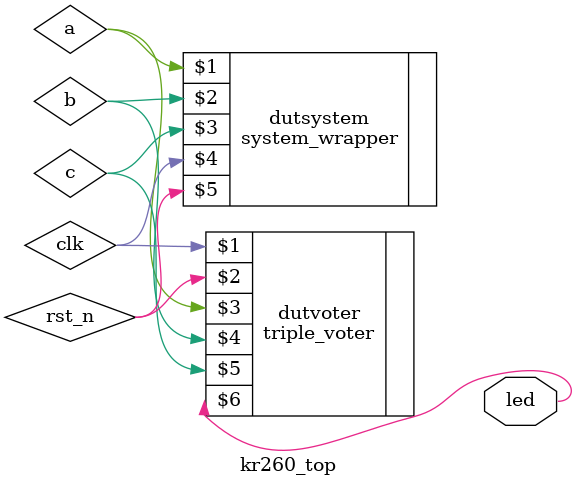
<source format=sv>
`timescale 1ns / 1ps


module kr260_top(
output led

    );
logic clk;
logic rst_n;
logic a;
logic b;
logic c;

system_wrapper dutsystem (a,b,c,clk,rst_n);
triple_voter dutvoter(clk,rst_n,a,b,c,led);



endmodule

</source>
